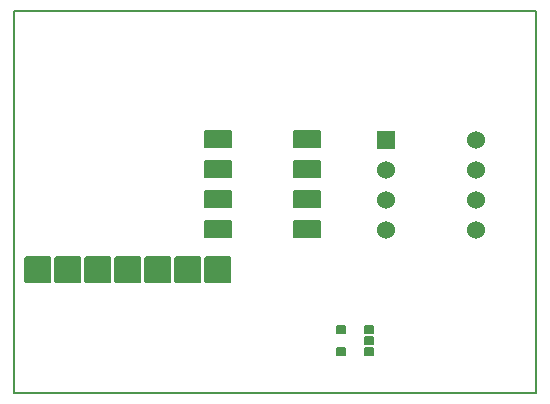
<source format=gbr>
G04 PROTEUS GERBER X2 FILE*
%TF.GenerationSoftware,Labcenter,Proteus,8.5-SP0-Build22067*%
%TF.CreationDate,2018-05-26T17:21:35+00:00*%
%TF.FileFunction,Soldermask,Bot*%
%TF.FilePolarity,Negative*%
%TF.Part,Single*%
%FSLAX45Y45*%
%MOMM*%
G01*
%AMPPAD011*
4,1,36,
-0.444500,0.254000,
-0.444500,-0.254000,
-0.441970,-0.279970,
-0.434700,-0.303980,
-0.423150,-0.325580,
-0.407790,-0.344290,
-0.389070,-0.359650,
-0.367480,-0.371200,
-0.343470,-0.378470,
-0.317500,-0.381000,
0.317500,-0.381000,
0.343470,-0.378470,
0.367480,-0.371200,
0.389070,-0.359650,
0.407790,-0.344290,
0.423150,-0.325580,
0.434700,-0.303980,
0.441970,-0.279970,
0.444500,-0.254000,
0.444500,0.254000,
0.441970,0.279970,
0.434700,0.303980,
0.423150,0.325580,
0.407790,0.344290,
0.389070,0.359650,
0.367480,0.371200,
0.343470,0.378470,
0.317500,0.381000,
-0.317500,0.381000,
-0.343470,0.378470,
-0.367480,0.371200,
-0.389070,0.359650,
-0.407790,0.344290,
-0.423150,0.325580,
-0.434700,0.303980,
-0.441970,0.279970,
-0.444500,0.254000,
0*%
%TA.AperFunction,Material*%
%ADD71PPAD011*%
%AMPPAD012*
4,1,36,
1.227000,-0.600000,
1.227000,0.600000,
1.224470,0.625970,
1.217200,0.649980,
1.205650,0.671580,
1.190290,0.690290,
1.171570,0.705650,
1.149980,0.717200,
1.125970,0.724470,
1.100000,0.727000,
-1.100000,0.727000,
-1.125970,0.724470,
-1.149980,0.717200,
-1.171570,0.705650,
-1.190290,0.690290,
-1.205650,0.671580,
-1.217200,0.649980,
-1.224470,0.625970,
-1.227000,0.600000,
-1.227000,-0.600000,
-1.224470,-0.625970,
-1.217200,-0.649980,
-1.205650,-0.671580,
-1.190290,-0.690290,
-1.171570,-0.705650,
-1.149980,-0.717200,
-1.125970,-0.724470,
-1.100000,-0.727000,
1.100000,-0.727000,
1.125970,-0.724470,
1.149980,-0.717200,
1.171570,-0.705650,
1.190290,-0.690290,
1.205650,-0.671580,
1.217200,-0.649980,
1.224470,-0.625970,
1.227000,-0.600000,
0*%
%ADD20PPAD012*%
%AMPPAD008*
4,1,36,
0.762000,0.635000,
0.762000,-0.635000,
0.759470,-0.660970,
0.752200,-0.684980,
0.740650,-0.706580,
0.725290,-0.725290,
0.706570,-0.740650,
0.684980,-0.752200,
0.660970,-0.759470,
0.635000,-0.762000,
-0.635000,-0.762000,
-0.660970,-0.759470,
-0.684980,-0.752200,
-0.706570,-0.740650,
-0.725290,-0.725290,
-0.740650,-0.706580,
-0.752200,-0.684980,
-0.759470,-0.660970,
-0.762000,-0.635000,
-0.762000,0.635000,
-0.759470,0.660970,
-0.752200,0.684980,
-0.740650,0.706580,
-0.725290,0.725290,
-0.706570,0.740650,
-0.684980,0.752200,
-0.660970,0.759470,
-0.635000,0.762000,
0.635000,0.762000,
0.660970,0.759470,
0.684980,0.752200,
0.706570,0.740650,
0.725290,0.725290,
0.740650,0.706580,
0.752200,0.684980,
0.759470,0.660970,
0.762000,0.635000,
0*%
%ADD18PPAD008*%
%ADD19C,1.524000*%
%AMPPAD010*
4,1,36,
-1.016000,1.143000,
1.016000,1.143000,
1.041970,1.140470,
1.065980,1.133200,
1.087580,1.121650,
1.106290,1.106290,
1.121650,1.087570,
1.133200,1.065980,
1.140470,1.041970,
1.143000,1.016000,
1.143000,-1.016000,
1.140470,-1.041970,
1.133200,-1.065980,
1.121650,-1.087570,
1.106290,-1.106290,
1.087580,-1.121650,
1.065980,-1.133200,
1.041970,-1.140470,
1.016000,-1.143000,
-1.016000,-1.143000,
-1.041970,-1.140470,
-1.065980,-1.133200,
-1.087580,-1.121650,
-1.106290,-1.106290,
-1.121650,-1.087570,
-1.133200,-1.065980,
-1.140470,-1.041970,
-1.143000,-1.016000,
-1.143000,1.016000,
-1.140470,1.041970,
-1.133200,1.065980,
-1.121650,1.087570,
-1.106290,1.106290,
-1.087580,1.121650,
-1.065980,1.133200,
-1.041970,1.140470,
-1.016000,1.143000,
0*%
%ADD70PPAD010*%
%TA.AperFunction,Profile*%
%ADD13C,0.203200*%
D71*
X+901840Y-1199480D03*
X+901840Y-1293460D03*
X+901840Y-1389980D03*
X+663080Y-1389980D03*
X+663080Y-1199480D03*
D20*
X+382000Y+416000D03*
X+382000Y+162000D03*
X+382000Y-92000D03*
X+382000Y-346000D03*
X-378000Y-346000D03*
X-378000Y-92000D03*
X-378000Y+162000D03*
X-378000Y+416000D03*
D18*
X+1051000Y+406000D03*
D19*
X+1051000Y+152000D03*
X+1051000Y-102000D03*
X+1051000Y-356000D03*
X+1813000Y-356000D03*
X+1813000Y-102000D03*
X+1813000Y+152000D03*
X+1813000Y+406000D03*
D70*
X-1903000Y-696000D03*
X-1649000Y-696000D03*
X-1395000Y-696000D03*
X-1141000Y-696000D03*
X-887000Y-696000D03*
X-633000Y-696000D03*
X-379000Y-696000D03*
D13*
X-2100000Y-1735000D02*
X+2315000Y-1735000D01*
X+2315000Y+1502000D01*
X-2100000Y+1502000D01*
X-2100000Y-1735000D01*
M02*

</source>
